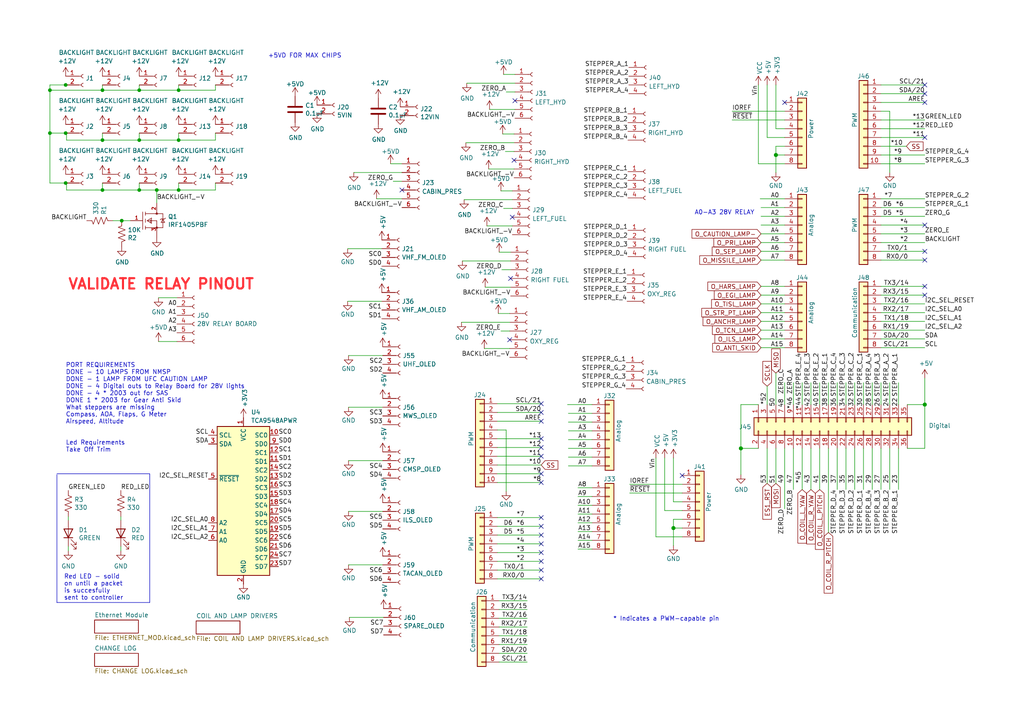
<source format=kicad_sch>
(kicad_sch (version 20230121) (generator eeschema)
  (paper "A4")
  (title_block (date "mar. 31 mars 2015"))
  (junction (at 35.306 64.008))
  (junction (at 214.884 130.048) (diameter 1.016))
  (junction (at 19.05 38.608))
  (junction (at 14.478 26.162))
  (junction (at 19.05 53.086))
  (junction (at 51.816 40.64))
  (junction (at 51.816 26.162))
  (junction (at 225.044 44.958) (diameter 1.016))
  (junction (at 51.816 55.118))
  (junction (at 40.386 26.162))
  (junction (at 29.718 55.118))
  (junction (at 29.718 40.64))
  (junction (at 19.05 24.638))
  (junction (at 45.466 55.118))
  (junction (at 40.386 40.64))
  (junction (at 40.386 55.118))
  (junction (at 29.718 26.162))
  (junction (at 14.478 38.608))
  (junction (at 195.326 153.162) (diameter 1.016))
  (junction (at 268.224 117.348) (diameter 1.016))
  (no_connect (at 156.972 167.894))
  (no_connect (at 156.972 162.814))
  (no_connect (at 156.972 117.094))
  (no_connect (at 156.972 165.354))
  (no_connect (at 268.224 83.058))
  (no_connect (at 148.082 80.772))
  (no_connect (at 147.828 98.552))
  (no_connect (at 148.59 62.992))
  (no_connect (at 149.352 29.21))
  (no_connect (at 149.098 46.482))
  (no_connect (at 156.972 129.794))
  (no_connect (at 268.224 65.278))
  (no_connect (at 268.224 85.598))
  (no_connect (at 156.972 122.174))
  (no_connect (at 156.972 132.334))
  (no_connect (at 156.972 139.954))
  (no_connect (at 156.972 152.654))
  (no_connect (at 156.972 119.634))
  (no_connect (at 156.972 137.414))
  (no_connect (at 156.972 150.114))
  (no_connect (at 116.586 55.118))
  (no_connect (at 197.866 137.922))
  (no_connect (at 156.972 160.274))
  (no_connect (at 156.972 155.194))
  (no_connect (at 156.972 127.254))
  (no_connect (at 227.584 29.718))
  (no_connect (at 268.224 39.878))
  (no_connect (at 268.224 29.718))
  (no_connect (at 268.224 27.178))
  (no_connect (at 268.224 24.638))
  (no_connect (at 268.224 72.898))
  (no_connect (at 268.224 75.438))
  (no_connect (at 156.972 157.734))
  (wire (pts (xy 255.524 75.438) (xy 268.224 75.438)))
  (wire (pts (xy 255.524 42.418) (xy 262.89 42.418)))
  (wire (pts (xy 220.472 57.658) (xy 227.584 57.658)))
  (polyline (pts (xy 43.434 174.752) (xy 43.434 137.414)))
  (wire (pts (xy 135.128 41.402) (xy 149.098 41.402)))
  (wire (pts (xy 144.272 167.894) (xy 156.972 167.894)))
  (wire (pts (xy 113.284 47.498) (xy 116.586 47.498)))
  (wire (pts (xy 220.726 62.738) (xy 227.584 62.738)))
  (wire (pts (xy 190.246 155.702) (xy 190.246 132.842)))
  (wire (pts (xy 237.744 110.998) (xy 237.744 117.348)))
  (wire (pts (xy 227.584 130.048) (xy 227.584 147.574)))
  (wire (pts (xy 40.386 24.638) (xy 40.386 26.162)))
  (wire (pts (xy 220.726 83.058) (xy 227.584 83.058)))
  (wire (pts (xy 255.524 24.638) (xy 268.224 24.638)))
  (wire (pts (xy 62.484 55.118) (xy 51.816 55.118)))
  (polyline (pts (xy 16.51 137.414) (xy 43.434 137.414)))
  (wire (pts (xy 220.726 100.838) (xy 227.584 100.838)))
  (wire (pts (xy 146.812 124.714) (xy 146.812 142.494)))
  (wire (pts (xy 144.272 160.274) (xy 156.972 160.274)))
  (wire (pts (xy 268.224 117.348) (xy 268.224 130.048)))
  (wire (pts (xy 219.964 117.348) (xy 214.884 117.348)))
  (wire (pts (xy 220.726 90.678) (xy 227.584 90.678)))
  (wire (pts (xy 164.846 130.048) (xy 171.704 130.048)))
  (wire (pts (xy 134.112 75.692) (xy 148.082 75.692)))
  (wire (pts (xy 101.092 118.11) (xy 110.998 118.11)))
  (wire (pts (xy 245.364 110.998) (xy 245.364 117.348)))
  (wire (pts (xy 45.466 55.118) (xy 40.386 55.118)))
  (wire (pts (xy 255.524 88.138) (xy 268.224 88.138)))
  (wire (pts (xy 225.044 42.418) (xy 225.044 44.958)))
  (wire (pts (xy 220.726 75.438) (xy 227.584 75.438)))
  (wire (pts (xy 242.824 130.048) (xy 242.824 141.986)))
  (wire (pts (xy 164.846 135.128) (xy 171.704 135.128)))
  (wire (pts (xy 45.974 86.36) (xy 51.308 86.36)))
  (wire (pts (xy 14.478 24.638) (xy 14.478 26.162)))
  (wire (pts (xy 197.866 155.702) (xy 190.246 155.702)))
  (wire (pts (xy 45.974 99.06) (xy 51.308 99.06)))
  (wire (pts (xy 225.044 108.204) (xy 225.044 117.348)))
  (wire (pts (xy 144.272 132.334) (xy 156.972 132.334)))
  (wire (pts (xy 146.558 43.942) (xy 149.098 43.942)))
  (wire (pts (xy 225.044 44.958) (xy 225.044 50.038)))
  (wire (pts (xy 167.64 154.178) (xy 171.704 154.178)))
  (wire (pts (xy 255.524 130.048) (xy 255.524 141.986)))
  (wire (pts (xy 182.626 140.462) (xy 197.866 140.462)))
  (wire (pts (xy 225.044 37.338) (xy 227.584 37.338)))
  (wire (pts (xy 144.272 137.414) (xy 156.972 137.414)))
  (wire (pts (xy 100.838 72.136) (xy 110.744 72.136)))
  (wire (pts (xy 182.626 143.002) (xy 197.866 143.002)))
  (wire (pts (xy 222.504 39.878) (xy 227.584 39.878)))
  (wire (pts (xy 245.364 130.048) (xy 245.364 141.986)))
  (wire (pts (xy 140.462 101.092) (xy 147.828 101.092)))
  (wire (pts (xy 19.812 149.86) (xy 19.812 150.876)))
  (wire (pts (xy 222.504 24.638) (xy 222.504 39.878)))
  (wire (pts (xy 35.306 64.008) (xy 37.846 64.008)))
  (wire (pts (xy 230.124 130.048) (xy 230.124 141.986)))
  (polyline (pts (xy 16.51 137.668) (xy 16.51 174.752)))
  (wire (pts (xy 252.984 130.048) (xy 252.984 141.986)))
  (wire (pts (xy 220.726 72.898) (xy 227.584 72.898)))
  (wire (pts (xy 144.272 152.654) (xy 156.972 152.654)))
  (wire (pts (xy 101.092 103.124) (xy 110.998 103.124)))
  (wire (pts (xy 255.524 34.798) (xy 268.224 34.798)))
  (wire (pts (xy 220.726 98.298) (xy 227.584 98.298)))
  (wire (pts (xy 225.044 24.638) (xy 225.044 37.338)))
  (wire (pts (xy 220.726 88.138) (xy 227.584 88.138)))
  (wire (pts (xy 255.524 57.658) (xy 268.224 57.658)))
  (wire (pts (xy 14.478 53.086) (xy 19.05 53.086)))
  (wire (pts (xy 255.524 37.338) (xy 268.224 37.338)))
  (wire (pts (xy 255.524 60.198) (xy 268.224 60.198)))
  (wire (pts (xy 135.382 24.13) (xy 149.352 24.13)))
  (wire (pts (xy 144.78 174.244) (xy 152.908 174.244)))
  (wire (pts (xy 144.272 119.634) (xy 156.972 119.634)))
  (wire (pts (xy 167.64 144.018) (xy 171.704 144.018)))
  (wire (pts (xy 255.524 90.678) (xy 268.224 90.678)))
  (wire (pts (xy 164.846 122.428) (xy 171.704 122.428)))
  (wire (pts (xy 192.786 132.842) (xy 192.786 148.082)))
  (wire (pts (xy 195.326 132.842) (xy 195.326 145.542)))
  (wire (pts (xy 255.524 95.758) (xy 268.224 95.758)))
  (wire (pts (xy 195.326 150.622) (xy 195.326 153.162)))
  (wire (pts (xy 141.224 65.532) (xy 148.59 65.532)))
  (wire (pts (xy 32.766 64.008) (xy 35.306 64.008)))
  (wire (pts (xy 144.78 179.324) (xy 152.908 179.324)))
  (wire (pts (xy 164.846 127.508) (xy 171.704 127.508)))
  (wire (pts (xy 167.64 149.098) (xy 171.704 149.098)))
  (wire (pts (xy 144.272 124.714) (xy 146.812 124.714)))
  (wire (pts (xy 214.884 117.348) (xy 214.884 130.048)))
  (wire (pts (xy 62.484 40.64) (xy 51.816 40.64)))
  (wire (pts (xy 219.964 130.048) (xy 214.884 130.048)))
  (wire (pts (xy 29.718 53.086) (xy 29.718 55.118)))
  (wire (pts (xy 141.732 49.022) (xy 149.098 49.022)))
  (wire (pts (xy 232.664 110.998) (xy 232.664 117.348)))
  (wire (pts (xy 255.524 44.958) (xy 268.224 44.958)))
  (wire (pts (xy 144.272 165.354) (xy 156.972 165.354)))
  (wire (pts (xy 220.726 67.818) (xy 227.584 67.818)))
  (wire (pts (xy 144.272 157.734) (xy 156.972 157.734)))
  (wire (pts (xy 235.204 110.998) (xy 235.204 117.348)))
  (wire (pts (xy 100.838 87.376) (xy 110.744 87.376)))
  (wire (pts (xy 232.664 130.048) (xy 232.664 141.986)))
  (wire (pts (xy 250.444 130.048) (xy 250.444 141.986)))
  (wire (pts (xy 146.05 21.59) (xy 149.352 21.59)))
  (wire (pts (xy 255.524 65.278) (xy 268.224 65.278)))
  (wire (pts (xy 51.816 26.162) (xy 40.386 26.162)))
  (wire (pts (xy 242.824 110.998) (xy 242.824 117.348)))
  (wire (pts (xy 237.744 130.048) (xy 237.744 141.986)))
  (wire (pts (xy 146.812 26.67) (xy 149.352 26.67)))
  (wire (pts (xy 144.272 129.794) (xy 156.972 129.794)))
  (wire (pts (xy 220.726 70.358) (xy 227.584 70.358)))
  (wire (pts (xy 195.326 153.162) (xy 195.326 158.242)))
  (wire (pts (xy 212.344 32.258) (xy 227.584 32.258)))
  (wire (pts (xy 45.466 55.118) (xy 45.466 58.928)))
  (wire (pts (xy 144.78 176.784) (xy 152.908 176.784)))
  (wire (pts (xy 19.304 24.638) (xy 19.05 24.638)))
  (wire (pts (xy 197.866 150.622) (xy 195.326 150.622)))
  (wire (pts (xy 145.288 96.012) (xy 147.828 96.012)))
  (wire (pts (xy 167.64 156.718) (xy 171.704 156.718)))
  (wire (pts (xy 101.346 179.07) (xy 111.252 179.07)))
  (wire (pts (xy 255.524 85.598) (xy 268.224 85.598)))
  (wire (pts (xy 268.224 109.728) (xy 268.224 117.348)))
  (wire (pts (xy 35.052 158.496) (xy 35.052 159.766)))
  (wire (pts (xy 258.064 32.258) (xy 258.064 50.038)))
  (wire (pts (xy 62.484 38.608) (xy 62.484 40.64)))
  (wire (pts (xy 144.272 162.814) (xy 156.972 162.814)))
  (wire (pts (xy 255.524 100.838) (xy 268.224 100.838)))
  (wire (pts (xy 14.478 38.608) (xy 19.05 38.608)))
  (wire (pts (xy 144.78 73.152) (xy 148.082 73.152)))
  (wire (pts (xy 167.64 159.258) (xy 171.704 159.258)))
  (wire (pts (xy 144.78 192.024) (xy 152.908 192.024)))
  (wire (pts (xy 255.524 29.718) (xy 268.224 29.718)))
  (wire (pts (xy 167.64 141.478) (xy 171.704 141.478)))
  (wire (pts (xy 263.144 117.348) (xy 268.224 117.348)))
  (wire (pts (xy 145.542 78.232) (xy 148.082 78.232)))
  (wire (pts (xy 260.604 110.998) (xy 260.604 117.348)))
  (wire (pts (xy 255.524 93.218) (xy 268.224 93.218)))
  (wire (pts (xy 220.726 65.278) (xy 227.584 65.278)))
  (wire (pts (xy 51.816 53.086) (xy 51.816 55.118)))
  (wire (pts (xy 14.478 38.608) (xy 14.478 53.086)))
  (wire (pts (xy 35.052 149.86) (xy 35.052 150.876)))
  (wire (pts (xy 144.78 186.944) (xy 152.908 186.944)))
  (wire (pts (xy 220.726 95.758) (xy 227.584 95.758)))
  (wire (pts (xy 40.386 40.64) (xy 51.816 40.64)))
  (wire (pts (xy 19.05 53.086) (xy 19.304 53.086)))
  (wire (pts (xy 167.64 151.638) (xy 171.704 151.638)))
  (wire (pts (xy 212.344 34.798) (xy 227.584 34.798)))
  (wire (pts (xy 146.05 60.452) (xy 148.59 60.452)))
  (wire (pts (xy 255.524 83.058) (xy 268.224 83.058)))
  (wire (pts (xy 227.584 44.958) (xy 225.044 44.958)))
  (wire (pts (xy 164.592 117.348) (xy 171.704 117.348)))
  (wire (pts (xy 145.288 55.372) (xy 148.59 55.372)))
  (wire (pts (xy 40.386 40.64) (xy 29.718 40.64)))
  (wire (pts (xy 258.064 110.998) (xy 258.064 117.348)))
  (wire (pts (xy 144.272 155.194) (xy 156.972 155.194)))
  (wire (pts (xy 101.092 133.604) (xy 110.998 133.604)))
  (wire (pts (xy 29.718 26.162) (xy 14.478 26.162)))
  (wire (pts (xy 195.326 145.542) (xy 197.866 145.542)))
  (wire (pts (xy 250.444 110.998) (xy 250.444 117.348)))
  (wire (pts (xy 29.718 40.64) (xy 19.304 40.64)))
  (wire (pts (xy 19.304 55.118) (xy 19.304 53.086)))
  (wire (pts (xy 40.386 38.608) (xy 40.386 40.64)))
  (polyline (pts (xy 16.51 174.752) (xy 43.434 174.752)))
  (wire (pts (xy 62.484 26.162) (xy 51.816 26.162)))
  (wire (pts (xy 144.526 90.932) (xy 147.828 90.932)))
  (wire (pts (xy 144.272 150.114) (xy 156.972 150.114)))
  (wire (pts (xy 220.726 60.198) (xy 227.584 60.198)))
  (wire (pts (xy 19.05 24.638) (xy 14.478 24.638)))
  (wire (pts (xy 255.524 110.998) (xy 255.524 117.348)))
  (wire (pts (xy 145.796 38.862) (xy 149.098 38.862)))
  (wire (pts (xy 227.584 47.498) (xy 219.964 47.498)))
  (wire (pts (xy 222.504 112.014) (xy 222.504 117.348)))
  (wire (pts (xy 62.484 24.638) (xy 62.484 26.162)))
  (wire (pts (xy 220.726 85.598) (xy 227.584 85.598)))
  (wire (pts (xy 230.124 110.998) (xy 230.124 117.348)))
  (wire (pts (xy 141.986 31.75) (xy 149.352 31.75)))
  (wire (pts (xy 225.044 130.048) (xy 225.044 140.208)))
  (wire (pts (xy 247.904 110.998) (xy 247.904 117.348)))
  (wire (pts (xy 14.478 26.162) (xy 14.478 38.608)))
  (wire (pts (xy 247.904 130.048) (xy 247.904 141.986)))
  (wire (pts (xy 40.386 53.086) (xy 40.386 55.118)))
  (wire (pts (xy 164.846 132.588) (xy 171.704 132.588)))
  (wire (pts (xy 144.78 181.864) (xy 152.908 181.864)))
  (wire (pts (xy 29.718 38.608) (xy 29.718 40.64)))
  (wire (pts (xy 144.272 127.254) (xy 156.972 127.254)))
  (wire (pts (xy 222.504 130.048) (xy 222.504 140.208)))
  (wire (pts (xy 255.524 32.258) (xy 258.064 32.258)))
  (wire (pts (xy 240.284 130.048) (xy 240.284 154.432)))
  (wire (pts (xy 29.718 55.118) (xy 19.304 55.118)))
  (wire (pts (xy 220.726 93.218) (xy 227.584 93.218)))
  (wire (pts (xy 227.584 42.418) (xy 225.044 42.418)))
  (wire (pts (xy 144.272 117.094) (xy 156.972 117.094)))
  (wire (pts (xy 51.816 38.608) (xy 51.816 40.64)))
  (wire (pts (xy 62.484 53.086) (xy 62.484 55.118)))
  (wire (pts (xy 144.78 184.404) (xy 152.908 184.404)))
  (wire (pts (xy 255.524 39.878) (xy 268.224 39.878)))
  (wire (pts (xy 51.816 24.638) (xy 51.816 26.162)))
  (wire (pts (xy 197.866 153.162) (xy 195.326 153.162)))
  (wire (pts (xy 144.272 139.954) (xy 156.972 139.954)))
  (wire (pts (xy 255.524 62.738) (xy 268.224 62.738)))
  (wire (pts (xy 144.78 189.484) (xy 152.908 189.484)))
  (wire (pts (xy 40.386 55.118) (xy 29.718 55.118)))
  (wire (pts (xy 164.846 124.968) (xy 171.704 124.968)))
  (wire (pts (xy 19.05 38.608) (xy 19.304 38.608)))
  (wire (pts (xy 101.092 163.83) (xy 110.998 163.83)))
  (wire (pts (xy 255.524 98.298) (xy 268.224 98.298)))
  (wire (pts (xy 19.304 40.64) (xy 19.304 38.608)))
  (wire (pts (xy 134.62 57.912) (xy 148.59 57.912)))
  (wire (pts (xy 268.224 130.048) (xy 263.144 130.048)))
  (wire (pts (xy 227.584 110.998) (xy 227.584 117.348)))
  (wire (pts (xy 140.716 83.312) (xy 148.082 83.312)))
  (wire (pts (xy 102.616 50.038) (xy 116.586 50.038)))
  (wire (pts (xy 51.816 55.118) (xy 45.466 55.118)))
  (wire (pts (xy 260.604 130.048) (xy 260.604 141.986)))
  (wire (pts (xy 29.718 24.638) (xy 29.718 26.162)))
  (wire (pts (xy 255.524 27.178) (xy 268.224 27.178)))
  (wire (pts (xy 258.064 130.048) (xy 258.064 141.986)))
  (wire (pts (xy 255.524 70.358) (xy 268.224 70.358)))
  (wire (pts (xy 252.984 110.998) (xy 252.984 117.348)))
  (wire (pts (xy 255.524 67.818) (xy 268.224 67.818)))
  (wire (pts (xy 164.846 119.888) (xy 171.704 119.888)))
  (wire (pts (xy 40.386 26.162) (xy 29.718 26.162)))
  (wire (pts (xy 109.22 57.658) (xy 116.586 57.658)))
  (wire (pts (xy 235.204 130.048) (xy 235.204 141.986)))
  (wire (pts (xy 114.046 52.578) (xy 116.586 52.578)))
  (wire (pts (xy 167.64 146.558) (xy 171.704 146.558)))
  (wire (pts (xy 101.092 148.336) (xy 110.998 148.336)))
  (wire (pts (xy 255.524 72.898) (xy 268.224 72.898)))
  (wire (pts (xy 144.272 122.174) (xy 156.972 122.174)))
  (wire (pts (xy 219.964 47.498) (xy 219.964 24.638)))
  (wire (pts (xy 214.884 130.048) (xy 214.884 137.668)))
  (wire (pts (xy 144.272 134.874) (xy 156.972 134.874)))
  (wire (pts (xy 192.786 148.082) (xy 197.866 148.082)))
  (wire (pts (xy 19.812 158.496) (xy 19.812 159.766)))
  (wire (pts (xy 240.284 110.998) (xy 240.284 117.348)))
  (wire (pts (xy 133.858 93.472) (xy 147.828 93.472)))
  (wire (pts (xy 255.524 47.498) (xy 268.224 47.498)))
  (text "VALIDATE RELAY PINOUT" (at 19.558 84.328 0) (effects (font (size 3 3) (thickness 0.6) bold) (justify left bottom)))
  (text "A0-A3 28V RELAY" (at 201.422 62.484 0) (effects (font (size 1.27 1.27)) (justify left bottom)))
  (text "Red LED - solid\non until a packet\nis succesfully \nsent to controller" (at 18.542 174.244 0) (effects (font (size 1.27 1.27)) (justify left bottom)))
  (text "+5VD FOR MAX CHIPS" (at 77.724 17.018 0) (effects (font (size 1.27 1.27)) (justify left bottom)))
  (text "* Indicates a PWM-capable pin" (at 177.8 180.34 0) (effects (font (size 1.27 1.27)) (justify left bottom)))
  (text "PORT REQUIREMENTS\nDONE - 10 LAMPS FROM NMSP\nDONE - 1 LAMP FROM UFC CAUTION LAMP\nDONE - 4 Digital outs to Relay Board for 28V lights\nDONE - 4 * 2003 out for SAS\nDONE 1 * 2003 for Gear Anti Skid\nWhat steppers are missing\nCompass, AOA, Flaps, G Meter\nAirspeed, Altitude\n\n\nLed Requirements \nTake Off Trim\n" (at 19.05 131.318 0) (effects (font (size 1.27 1.27)) (justify left bottom)))
  (label "A10" (at 223.52 88.138 0))
  (label "STEPPER_G_2" (at 268.224 57.658 0))
  (label "SC5" (at 80.772 151.638 0))
  (label "*6" (at 152.146 152.654 180))
  (label "RX0{slash}0" (at 263.398 75.438 180))
  (label "SC3" (at 80.772 141.478 0))
  (label "A3" (at 51.308 96.52 180))
  (label "A15" (at 223.52 100.838 0))
  (label "I2C_SEL_A0" (at 60.452 151.638 180))
  (label "D6" (at 146.05 152.654 0))
  (label "STEPPER_G_1" (at 181.61 105.156 180))
  (label "A2" (at 223.52 62.738 0))
  (label "RX2{slash}17" (at 263.652 90.678 180))
  (label "ZERO_A" (at 146.812 26.67 180))
  (label "A10" (at 167.64 146.558 0))
  (label "*4" (at 263.398 65.278 180))
  (label "*8" (at 156.972 139.954 180))
  (label "D5" (at 256.032 62.738 0))
  (label "SC7" (at 111.252 181.61 180))
  (label "A9" (at 167.64 144.018 0))
  (label "STEPPER_D_4" (at 242.824 141.986 270))
  (label "I2C_SEL_A2" (at 268.224 95.758 0))
  (label "RX3{slash}15" (at 152.908 176.784 180))
  (label "STEPPER_E_4" (at 181.864 87.376 180))
  (label "ZERO_G" (at 114.046 52.578 180))
  (label "ZERO_E" (at 145.288 96.012 180))
  (label "STEPPER_A_1" (at 182.372 19.558 180))
  (label "SDA{slash}20" (at 263.652 98.298 180))
  (label "26" (at 255.524 115.316 270))
  (label "STEPPER_E_1" (at 181.864 79.756 180))
  (label "SC0" (at 80.772 126.238 0))
  (label "STEPPER_G_3" (at 268.224 47.498 0))
  (label "RX1{slash}19" (at 152.908 186.944 180))
  (label "31" (at 250.444 140.208 90))
  (label "SD4" (at 110.998 138.684 180))
  (label "*2" (at 152.146 162.814 180))
  (label "22" (at 260.604 115.316 270))
  (label "STEPPER_G_4" (at 268.224 44.958 0))
  (label "33" (at 247.904 140.208 90))
  (label "36" (at 242.824 115.316 270))
  (label "SC4" (at 80.772 146.558 0))
  (label "*2" (at 263.398 70.358 180))
  (label "Vin" (at 190.246 132.842 270))
  (label "BACKLIGHT" (at 25.146 64.008 180))
  (label "SD6" (at 110.998 168.91 180))
  (label "*13" (at 156.972 127.254 180))
  (label "STEPPER_B_4" (at 252.984 141.986 270))
  (label "SD2" (at 80.772 138.938 0))
  (label "TX1{slash}18" (at 263.652 93.218 180))
  (label "A4" (at 167.64 127.508 0))
  (label "*44" (at 232.664 115.062 270))
  (label "A3" (at 223.52 65.278 0))
  (label "*5" (at 152.146 155.194 180))
  (label "*13" (at 268.224 34.798 180))
  (label "I2C_SEL_A1" (at 60.452 154.178 180))
  (label "GREEN_LED" (at 268.224 34.798 0))
  (label "STEPPER_E_3" (at 181.864 84.836 180))
  (label "STEPPER_E_2" (at 181.864 82.296 180))
  (label "STEPPER_A_3" (at 182.372 24.638 180))
  (label "STEPPER_D_3" (at 182.118 71.882 180))
  (label "STEPPER_A_3" (at 255.524 115.062 90))
  (label "*52" (at 222.504 113.792 270))
  (label "BACKLIGHT" (at 268.224 70.358 0))
  (label "*12" (at 268.224 37.338 180))
  (label "STEPPER_C_4" (at 182.118 57.404 180))
  (label "SD4" (at 80.772 149.098 0))
  (label "ZERO_D" (at 227.584 147.574 270))
  (label "40" (at 237.744 115.316 270))
  (label "*10" (at 156.972 134.874 180))
  (label "SCL" (at 268.224 100.838 0))
  (label "STEPPER_C_2" (at 247.904 115.062 90))
  (label "STEPPER_B_2" (at 258.064 141.986 270))
  (label "I2C_SEL_A1" (at 268.224 93.218 0))
  (label "RED_LED" (at 35.052 142.24 0))
  (label "~{RESET}" (at 212.344 34.798 0))
  (label "D6" (at 256.032 60.198 0))
  (label "BACKLIGHT_-V" (at 147.828 103.632 180))
  (label "STEPPER_C_3" (at 182.118 54.864 180))
  (label "ZERO_A" (at 230.124 114.3 90))
  (label "ZERO_G" (at 268.224 62.738 0))
  (label "BACKLIGHT_-V" (at 116.586 60.198 180))
  (label "35" (at 245.364 140.208 90))
  (label "A5" (at 167.64 130.048 0))
  (label "STEPPER_C_4" (at 242.824 115.062 90))
  (label "SD0" (at 80.772 128.778 0))
  (label "*10" (at 261.874 42.418 180))
  (label "SCL" (at 60.452 126.238 180))
  (label "BACKLIGHT_-V" (at 149.352 34.29 180))
  (label "I2C_SEL_RESET" (at 268.224 88.138 0))
  (label "*4" (at 152.146 157.734 180))
  (label "D5" (at 146.05 155.194 0))
  (label "BACKLIGHT_-V" (at 45.466 58.166 0))
  (label "*12" (at 156.972 129.794 180))
  (label "STEPPER_A_4" (at 252.984 115.062 90))
  (label "STEPPER_G_4" (at 181.61 112.776 180))
  (label "BACKLIGHT_-V" (at 148.082 85.852 180))
  (label "ZERO_B" (at 146.558 43.942 180))
  (label "STEPPER_B_3" (at 182.118 38.1 180))
  (label "28" (at 252.984 115.316 270))
  (label "STEPPER_C_2" (at 182.118 52.324 180))
  (label "STEPPER_D_1" (at 182.118 66.802 180))
  (label "A1" (at 167.64 119.888 0))
  (label "SD3" (at 80.772 144.018 0))
  (label "A0" (at 51.308 88.9 180))
  (label "TX3{slash}14" (at 152.908 174.244 180))
  (label "ZERO_C" (at 227.584 114.3 90))
  (label "*9" (at 156.972 137.414 180))
  (label "23" (at 260.604 140.208 90))
  (label "STEPPER_D_2" (at 182.118 69.342 180))
  (label "STEPPER_C_3" (at 245.364 115.062 90))
  (label "A15" (at 167.64 159.258 0))
  (label "A0" (at 167.64 117.348 0))
  (label "SCL{slash}21" (at 152.908 192.024 180))
  (label "29" (at 252.984 140.208 90))
  (label "STEPPER_E_4" (at 232.664 115.062 90))
  (label "A13" (at 223.52 95.758 0))
  (label "SDA{slash}20" (at 156.972 119.634 180))
  (label "STEPPER_C_1" (at 182.118 49.784 180))
  (label "41" (at 237.744 140.208 90))
  (label "30" (at 250.444 115.316 270))
  (label "47" (at 230.124 140.208 90))
  (label "SD1" (at 80.772 133.858 0))
  (label "34" (at 245.364 115.316 270))
  (label "SD6" (at 80.772 159.258 0))
  (label "*45" (at 232.664 140.208 90))
  (label "STEPPER_B_1" (at 260.604 141.986 270))
  (label "STEPPER_D_3" (at 245.364 141.986 270))
  (label "38" (at 240.284 115.316 270))
  (label "A12" (at 167.64 151.638 0))
  (label "51" (at 225.044 140.208 90))
  (label "STEPPER_B_1" (at 182.118 33.02 180))
  (label "*7" (at 258.826 57.658 180))
  (label "SDA{slash}20" (at 268.224 27.178 180))
  (label "*8" (at 261.62 47.498 180))
  (label "ZERO_E" (at 268.224 67.818 0))
  (label "STEPPER_C_1" (at 250.444 115.062 90))
  (label "STEPPER_G_3" (at 181.61 110.236 180))
  (label "SC4" (at 110.998 136.144 180))
  (label "RX2{slash}17" (at 152.908 181.864 180))
  (label "A9" (at 223.52 85.598 0))
  (label "RX0{slash}0" (at 152.146 167.894 180))
  (label "SDA" (at 60.452 128.778 180))
  (label "SC0" (at 110.744 74.676 180))
  (label "*11" (at 268.224 39.878 180))
  (label "*3" (at 263.398 67.818 180))
  (label "SC1" (at 110.744 89.916 180))
  (label "I2C_SEL_A0" (at 268.224 90.678 0))
  (label "I2C_SEL_RESET" (at 60.452 138.938 180))
  (label "STEPPER_D_2" (at 247.904 141.986 270))
  (label "A6" (at 223.52 72.898 0))
  (label "ZERO_D" (at 145.542 78.232 180))
  (label "TX1{slash}18" (at 152.908 184.404 180))
  (label "42" (at 235.204 115.316 270))
  (label "RED_LED" (at 268.224 37.338 0))
  (label "SC3" (at 110.998 120.65 180))
  (label "SC1" (at 80.772 131.318 0))
  (label "SC2" (at 110.998 105.664 180))
  (label "A1" (at 223.52 60.198 0))
  (label "53" (at 222.504 140.208 90))
  (label "SDA{slash}20" (at 152.908 189.484 180))
  (label "TX0{slash}1" (at 263.398 72.898 180))
  (label "AREF" (at 156.972 122.174 180))
  (label "A13" (at 167.64 154.178 0))
  (label "24" (at 258.064 115.316 270))
  (label "SC2" (at 80.772 136.398 0))
  (label "SC7" (at 80.772 161.798 0))
  (label "SD7" (at 80.772 164.338 0))
  (label "RX1{slash}19" (at 263.652 95.758 180))
  (label "STEPPER_B_4" (at 182.118 40.64 180))
  (label "IOREF" (at 182.626 140.462 0))
  (label "A0" (at 223.52 57.658 0))
  (label "AREF" (at 268.224 29.718 180))
  (label "A14" (at 223.52 98.298 0))
  (label "39" (at 240.284 140.208 90))
  (label "A8" (at 223.52 83.058 0))
  (label "A7" (at 167.64 135.128 0))
  (label "ZERO_B" (at 230.124 141.986 270))
  (label "Vin" (at 219.964 24.638 270))
  (label "A6" (at 167.64 132.588 0))
  (label "A2" (at 51.308 93.98 180))
  (label "27" (at 255.524 140.208 90))
  (label "37" (at 242.824 140.208 90))
  (label "25" (at 258.064 140.208 90))
  (label "SD7" (at 111.252 184.15 180))
  (label "*6" (at 262.128 60.198 180))
  (label "SD5" (at 110.998 153.416 180))
  (label "*46" (at 230.124 115.062 270))
  (label "SC6" (at 80.772 156.718 0))
  (label "SCL{slash}21" (at 268.224 24.638 180))
  (label "*9" (at 261.62 44.958 180))
  (label "~{RESET}" (at 182.626 143.002 0))
  (label "STEPPER_G_2" (at 181.61 107.696 180))
  (label "A1" (at 51.308 91.44 180))
  (label "STEPPER_D_1" (at 250.444 141.986 270))
  (label "50" (at 225.044 115.316 270))
  (label "TX2{slash}16" (at 263.652 88.138 180))
  (label "BACKLIGHT_-V" (at 149.098 51.562 180))
  (label "STEPPER_E_1" (at 240.284 115.062 90))
  (label "SD2" (at 110.998 108.204 180))
  (label "STEPPER_D_4" (at 182.118 74.422 180))
  (label "TX0{slash}1" (at 152.146 165.354 180))
  (label "STEPPER_A_2" (at 258.064 115.062 90))
  (label "*5" (at 262.128 62.738 180))
  (label "*11" (at 156.972 132.334 180))
  (label "A2" (at 167.64 122.428 0))
  (label "I2C_SEL_A2" (at 60.452 156.718 180))
  (label "STEPPER_G_1" (at 268.224 60.198 0))
  (label "IOREF" (at 212.344 32.258 0))
  (label "TX2{slash}16" (at 152.908 179.324 180))
  (label "*7" (at 152.146 150.114 180))
  (label "GREEN_LED" (at 19.812 142.24 0))
  (label "SD0" (at 110.744 77.216 180))
  (label "STEPPER_A_2" (at 182.372 22.098 180))
  (label "A7" (at 223.52 75.438 0))
  (label "ZERO_C" (at 146.05 60.452 180))
  (label "A3" (at 167.64 124.968 0))
  (label "A11" (at 223.52 90.678 0))
  (label "A4" (at 223.52 67.818 0))
  (label "STEPPER_B_2" (at 182.118 35.56 180))
  (label "49" (at 227.584 140.208 90))
  (label "A5" (at 223.52 70.358 0))
  (label "STEPPER_E_2" (at 237.744 115.062 90))
  (label "RX3{slash}15" (at 263.652 85.598 180))
  (label "SCL{slash}21" (at 156.972 117.094 180))
  (label "TX3{slash}14" (at 263.652 83.058 180))
  (label "SDA" (at 268.224 98.298 0))
  (label "STEPPER_B_3" (at 255.524 141.986 270))
  (label "SD5" (at 80.772 154.178 0))
  (label "A11" (at 167.64 149.098 0))
  (label "SD1" (at 110.744 92.456 180))
  (label "SD3" (at 110.998 123.19 180))
  (label "A8" (at 167.64 141.478 0))
  (label "STEPPER_A_1" (at 260.604 115.062 90))
  (label "*3" (at 152.146 160.274 180))
  (label "SC5" (at 110.998 150.876 180))
  (label "32" (at 247.904 115.316 270))
  (label "SC6" (at 110.998 166.37 180))
  (label "43" (at 235.204 140.208 90))
  (label "STEPPER_E_3" (at 235.204 115.062 90))
  (label "STEPPER_A_4" (at 182.372 27.178 180))
  (label "A12" (at 223.52 93.218 0))
  (label "A14" (at 167.64 156.718 0))
  (label "SCL{slash}21" (at 263.652 100.838 180))
  (label "BACKLIGHT_-V" (at 148.59 68.072 180))
  (label "48" (at 227.584 115.57 270))
  (global_label "O_TISL_LAMP" (shape input) (at 220.726 88.138 180) (property "Intersheetrefs" "${INTERSHEET_REFS}" (effects hide)))
  (global_label "O_ANTI_SKID" (shape input) (at 220.726 100.838 180) (property "Intersheetrefs" "${INTERSHEET_REFS}" (effects hide)))
  (global_label "SS" (shape input) (at 156.972 134.874 0) (property "Intersheetrefs" "${INTERSHEET_REFS}" (effects hide)))
  (global_label "O_COIL_R_PITCH" (shape input) (at 240.284 154.432 270) (property "Intersheetrefs" "${INTERSHEET_REFS}" (effects hide)))
  (global_label "SS" (shape input) (at 262.89 42.418 0) (property "Intersheetrefs" "${INTERSHEET_REFS}" (effects hide)))
  (global_label "O_MISSILE_LAMP" (shape input) (at 220.726 75.438 180) (property "Intersheetrefs" "${INTERSHEET_REFS}" (effects hide)))
  (global_label "O_ANCHR_LAMP" (shape input) (at 220.726 93.218 180) (property "Intersheetrefs" "${INTERSHEET_REFS}" (effects hide)))
  (global_label "O_ILS_LAMP" (shape input) (at 220.726 98.298 180) (property "Intersheetrefs" "${INTERSHEET_REFS}" (effects hide)))
  (global_label "O_PRI_LAMP" (shape input) (at 220.726 70.358 180) (property "Intersheetrefs" "${INTERSHEET_REFS}" (effects hide)))
  (global_label "ES1_RST" (shape input) (at 222.504 140.208 270) (property "Intersheetrefs" "${INTERSHEET_REFS}" (effects hide)))
  (global_label "MISO" (shape input) (at 225.044 108.204 90) (property "Intersheetrefs" "${INTERSHEET_REFS}" (effects hide)))
  (global_label "MOSI" (shape input) (at 225.044 140.208 270) (property "Intersheetrefs" "${INTERSHEET_REFS}" (effects hide)))
  (global_label "O_COIL_L_YAW" (shape input) (at 232.664 141.986 270) (property "Intersheetrefs" "${INTERSHEET_REFS}" (effects hide)))
  (global_label "SCLK" (shape input) (at 222.504 112.014 90) (property "Intersheetrefs" "${INTERSHEET_REFS}" (effects hide)))
  (global_label "O_TCN_LAMP" (shape input) (at 220.726 95.758 180) (property "Intersheetrefs" "${INTERSHEET_REFS}" (effects hide)))
  (global_label "O_EGI_LAMP" (shape input) (at 220.726 85.598 180) (property "Intersheetrefs" "${INTERSHEET_REFS}" (effects hide)))
  (global_label "O_CAUTION_LAMP-" (shape input) (at 220.726 67.818 180) (property "Intersheetrefs" "${INTERSHEET_REFS}" (effects hide)))
  (global_label "O_STR_PT_LAMP" (shape input) (at 220.726 90.678 180) (property "Intersheetrefs" "${INTERSHEET_REFS}" (effects hide)))
  (global_label "O_HARS_LAMP" (shape input) (at 220.726 83.058 180) (property "Intersheetrefs" "${INTERSHEET_REFS}" (effects hide)))
  (global_label "O_COIL_L_PITCH" (shape input) (at 237.744 141.986 270) (property "Intersheetrefs" "${INTERSHEET_REFS}" (effects hide)))
  (global_label "O_SEP_LAMP" (shape input) (at 220.726 72.898 180) (property "Intersheetrefs" "${INTERSHEET_REFS}" (effects hide)))
  (global_label "O_COIL_R_YAW" (shape input) (at 235.204 141.986 270) (property "Intersheetrefs" "${INTERSHEET_REFS}" (effects hide)))
  (symbol (lib_id "Connector_Generic:Conn_01x08") (at 232.664 37.338 0) (unit 1)
    (property "Reference" "J42" (at 232.664 27.178 0))
    (property "Value" "Power" (at 235.204 37.338 90))
    (property "Footprint" "Connector_PinSocket_2.54mm:PinSocket_1x08_P2.54mm_Vertical" (effects hide))
  )
  (symbol (lib_id "power:+3V3") (at 225.044 24.638 0) (unit 1)
    (property "Reference" "#PWR057" (effects hide))
    (property "Value" "+3.3V" (at 225.425 21.59 90) (effects (justify left)))
  )
  (symbol (lib_id "power:+5V") (at 222.504 24.638 0) (unit 1)
    (property "Reference" "#PWR056" (effects hide))
    (property "Value" "+5V" (at 222.8596 21.59 90) (effects (justify left)))
  )
  (symbol (lib_id "power:GND") (at 225.044 50.038 0) (unit 1)
    (property "Reference" "#PWR058" (effects hide))
    (property "Value" "GND" (at 225.044 53.848 0))
  )
  (symbol (lib_id "Connector_Generic:Conn_01x10") (at 250.444 34.798 0) (mirror y) (unit 1)
    (property "Reference" "J46" (at 250.444 22.098 0))
    (property "Value" "PWM" (at 247.904 34.798 90))
    (property "Footprint" "Connector_PinSocket_2.54mm:PinSocket_1x10_P2.54mm_Vertical" (effects hide))
  )
  (symbol (lib_id "power:GND") (at 258.064 50.038 0) (unit 1)
    (property "Reference" "#PWR059" (effects hide))
    (property "Value" "GND" (at 258.064 53.848 0))
  )
  (symbol (lib_id "Connector_Generic:Conn_01x08") (at 232.664 65.278 0) (unit 1)
    (property "Reference" "J43" (at 232.664 55.118 0))
    (property "Value" "Analog" (at 235.204 65.278 90))
    (property "Footprint" "Connector_PinSocket_2.54mm:PinSocket_1x08_P2.54mm_Vertical" (effects hide))
  )
  (symbol (lib_id "Connector_Generic:Conn_01x08") (at 250.444 65.278 0) (mirror y) (unit 1)
    (property "Reference" "J47" (at 250.444 55.118 0))
    (property "Value" "PWM" (at 247.904 65.278 90))
    (property "Footprint" "Connector_PinSocket_2.54mm:PinSocket_1x08_P2.54mm_Vertical" (effects hide))
  )
  (symbol (lib_id "Connector_Generic:Conn_01x08") (at 232.664 90.678 0) (unit 1)
    (property "Reference" "J44" (at 232.664 80.518 0))
    (property "Value" "Analog" (at 235.204 90.678 90))
    (property "Footprint" "Connector_PinSocket_2.54mm:PinSocket_1x08_P2.54mm_Vertical" (effects hide))
  )
  (symbol (lib_id "Connector_Generic:Conn_01x08") (at 250.444 90.678 0) (mirror y) (unit 1)
    (property "Reference" "J48" (at 250.444 80.518 0))
    (property "Value" "Communication" (at 247.904 90.678 90))
    (property "Footprint" "Connector_PinSocket_2.54mm:PinSocket_1x08_P2.54mm_Vertical" (effects hide))
  )
  (symbol (lib_id "Connector_Generic:Conn_02x18_Odd_Even") (at 240.284 122.428 90) (mirror x) (unit 1)
    (property "Reference" "J45" (at 217.9319 123.8186 90) (effects (justify left)))
    (property "Value" "Digital" (at 272.542 123.444 90))
    (property "Footprint" "Connector_PinSocket_2.54mm:PinSocket_2x18_P2.54mm_Vertical" (effects hide))
  )
  (symbol (lib_id "power:GND") (at 214.884 137.668 0) (unit 1)
    (property "Reference" "#PWR054" (effects hide))
    (property "Value" "GND" (at 214.9983 141.9924 0))
  )
  (symbol (lib_id "power:+5V") (at 268.224 109.728 0) (unit 1)
    (property "Reference" "#PWR060" (effects hide))
    (property "Value" "+5V" (at 268.5923 105.4036 0))
  )
  (symbol (lib_id "power:GND") (at 133.858 93.472 0) (unit 1)
    (property "Reference" "#PWR034" (effects hide))
    (property "Value" "GND" (at 133.985 97.8662 0))
  )
  (symbol (lib_id "Connector:Conn_01x02_Female") (at 24.13 22.098 0) (unit 1)
    (property "Reference" "J1" (at 24.8412 22.7076 0) (effects (justify left)))
    (property "Value" "BACKLIGHT" (at 17.018 15.24 0) (effects (justify left)))
    (property "Footprint" "Connector_Molex:Molex_KK-254_AE-6410-02A_1x02_P2.54mm_Vertical" (effects hide))
  )
  (symbol (lib_id "Connector:Conn_01x02_Female") (at 45.466 36.068 0) (unit 1)
    (property "Reference" "J8" (at 46.1772 36.6776 0) (effects (justify left)))
    (property "Value" "BACKLIGHT" (at 38.354 29.21 0) (effects (justify left)))
    (property "Footprint" "Connector_Molex:Molex_KK-254_AE-6410-02A_1x02_P2.54mm_Vertical" (effects hide))
  )
  (symbol (lib_id "Connector:Conn_01x04_Socket") (at 115.824 87.376 0) (unit 1)
    (property "Reference" "J36" (at 116.5352 87.4339 0) (effects (justify left)))
    (property "Value" "VHF_AM_OLED" (at 116.5352 89.8581 0) (effects (justify left)))
  )
  (symbol (lib_id "power:GND") (at 135.382 24.13 0) (unit 1)
    (property "Reference" "#PWR038" (effects hide))
    (property "Value" "GND" (at 135.509 28.5242 0))
  )
  (symbol (lib_id "power:+12V") (at 141.986 31.75 0) (unit 1)
    (property "Reference" "#PWR043" (effects hide))
    (property "Value" "+12V" (at 142.367 27.3558 0))
  )
  (symbol (lib_id "power:GND") (at 102.616 50.038 0) (unit 1)
    (property "Reference" "#PWR025" (effects hide))
    (property "Value" "GND" (at 102.743 54.4322 0))
  )
  (symbol (lib_id "Connector:Conn_01x02_Female") (at 34.798 36.068 0) (unit 1)
    (property "Reference" "J5" (at 35.5092 36.6776 0) (effects (justify left)))
    (property "Value" "BACKLIGHT" (at 27.686 29.21 0) (effects (justify left)))
    (property "Footprint" "Connector_Molex:Molex_KK-254_AE-6410-02A_1x02_P2.54mm_Vertical" (effects hide))
  )
  (symbol (lib_id "power:+12V") (at 40.386 36.068 0) (unit 1)
    (property "Reference" "#PWR09" (effects hide))
    (property "Value" "+12V" (at 40.767 31.6738 0))
  )
  (symbol (lib_id "Hornet-Forward-Output-Upper-Shield-rescue:IRF1405PBF-Mosfet-Hornet-Forward-Output-Upper-Shield-rescue") (at 35.306 64.008 0) (unit 1)
    (property "Reference" "Q1" (at 48.7172 62.8396 0) (effects (justify left)))
    (property "Value" "IRF1405PBF" (at 48.7172 65.151 0) (effects (justify left)))
    (property "Footprint" "Package_TO_SOT_THT:TO-220-3_Vertical" (effects hide))
    (property "Datasheet" "https://www.infineon.com/dgdl/irf1405pbf.pdf?fileId=5546d462533600a4015355db084a18bb" (effects hide))
    (property "automotive" "No" (effects hide))
    (property "category" "Trans" (effects hide))
    (property "continuous drain current" "169A" (effects hide))
    (property "depletion mode" "False" (effects hide))
    (property "device class L1" "Discrete Semiconductors" (effects hide))
    (property "device class L2" "Transistors" (effects hide))
    (property "device class L3" "MOSFETs" (effects hide))
    (property "digikey description" "MOSFET N-CH 55V 169A TO-220AB" (effects hide))
    (property "digikey part number" "IRF1405PBF-ND" (effects hide))
    (property "drain to source breakdown voltage" "55V" (effects hide))
    (property "drain to source resistance" "4.6mΩ" (effects hide))
    (property "drain to source voltage" "55V" (effects hide))
    (property "footprint url" "https://www.infineon.com/dgdl/po-to220ab-fp.pdf?fileId=5546d462580663ef0158068cfbee01be" (effects hide))
    (property "gate charge at vgs" "170nC @ 10V" (effects hide))
    (property "gate to source voltage" "20V" (effects hide))
    (property "height" "19.8mm" (effects hide))
    (property "input capacitace at vds" "5480pF @ 25V" (effects hide))
    (property "ipc land pattern name" "TO-220" (effects hide))
    (property "lead free" "Yes" (effects hide))
    (property "library id" "802d71249bb95e7c" (effects hide))
    (property "manufacturer" "International Rectifier" (effects hide))
    (property "max forward diode voltage" "1.3V" (effects hide))
    (property "max junction temp" "+175°C" (effects hide))
    (property "mouser description" "MOSFET Operating temperature: -55...+175 °C Housing type: TO-220AB Polarity: N Power dissipation: 330 W" (effects hide))
    (property "mouser part number" "942-IRF1405PBF" (effects hide))
    (property "number of N channels" "1" (effects hide))
    (property "number of channels" "1" (effects hide))
    (property "package" "TO-220AB" (effects hide))
    (property "power dissipation" "330W" (effects hide))
    (property "pulse drain current" "680A" (effects hide))
    (property "reverse recovery charge" "250nC" (effects hide))
    (property "reverse recovery time" "88ns" (effects hide))
    (property "rohs" "Yes" (effects hide))
    (property "rthja max" "62°C/W" (effects hide))
    (property "standoff height" "3.37mm" (effects hide))
    (property "temperature range high" "+175°C" (effects hide))
    (property "temperature range low" "-55°C" (effects hide))
    (property "threshold vgs max" "4V" (effects hide))
    (property "threshold vgs min" "2V" (effects hide))
    (property "turn off delay time" "130ns" (effects hide))
    (property "turn on delay time" "13ns" (effects hide))
  )
  (symbol (lib_id "power:GND") (at 101.092 118.11 0) (unit 1)
    (property "Reference" "#PWR081" (effects hide))
    (property "Value" "GND" (at 101.092 121.92 0))
  )
  (symbol (lib_id "power:+5V") (at 110.998 115.57 0) (unit 1)
    (property "Reference" "#PWR082" (effects hide))
    (property "Value" "+5V" (at 111.3536 112.522 90) (effects (justify left)))
  )
  (symbol (lib_id "Connector:Conn_01x04_Socket") (at 116.332 179.07 0) (unit 1)
    (property "Reference" "J60" (at 117.0432 179.1279 0) (effects (justify left)))
    (property "Value" "SPARE_OLED" (at 117.0432 181.5521 0) (effects (justify left)))
  )
  (symbol (lib_id "Device:R_US") (at 35.052 146.05 0) (unit 1)
    (property "Reference" "R4" (at 36.7792 144.8816 0) (effects (justify left)))
    (property "Value" "330" (at 36.7792 147.193 0) (effects (justify left)))
    (property "Footprint" "Resistor_THT:R_Axial_DIN0204_L3.6mm_D1.6mm_P2.54mm_Vertical" (effects hide))
  )
  (symbol (lib_id "power:+5VD") (at 146.05 21.59 0) (unit 1)
    (property "Reference" "#PWR048" (effects hide))
    (property "Value" "+5VD" (at 146.05 18.0142 0))
  )
  (symbol (lib_id "power:+5V") (at 110.744 84.836 0) (unit 1)
    (property "Reference" "#PWR078" (effects hide))
    (property "Value" "+5V" (at 111.0996 81.788 90) (effects (justify left)))
  )
  (symbol (lib_id "power:+12V") (at 40.386 50.546 0) (unit 1)
    (property "Reference" "#PWR010" (effects hide))
    (property "Value" "+12V" (at 40.767 46.1518 0))
  )
  (symbol (lib_id "Connector:Conn_01x02_Female") (at 67.564 22.098 0) (unit 1)
    (property "Reference" "J17" (at 68.2752 22.7076 0) (effects (justify left)))
    (property "Value" "BACKLIGHT" (at 60.452 15.24 0) (effects (justify left)))
    (property "Footprint" "Connector_Molex:Molex_KK-254_AE-6410-02A_1x02_P2.54mm_Vertical" (effects hide))
  )
  (symbol (lib_id "Connector:Conn_01x02_Female") (at 56.896 36.068 0) (unit 1)
    (property "Reference" "J13" (at 57.6072 36.6776 0) (effects (justify left)))
    (property "Value" "BACKLIGHT" (at 49.784 29.21 0) (effects (justify left)))
    (property "Footprint" "Connector_Molex:Molex_KK-254_AE-6410-02A_1x02_P2.54mm_Vertical" (effects hide))
  )
  (symbol (lib_id "power:+5V") (at 110.998 100.584 0) (unit 1)
    (property "Reference" "#PWR080" (effects hide))
    (property "Value" "+5V" (at 111.3536 97.536 90) (effects (justify left)))
  )
  (symbol (lib_id "power:+12V") (at 29.718 22.098 0) (unit 1)
    (property "Reference" "#PWR04" (effects hide))
    (property "Value" "+12V" (at 30.099 17.7038 0))
  )
  (symbol (lib_id "Connector_Generic:Conn_01x08") (at 202.946 145.542 0) (unit 1)
    (property "Reference" "J41" (at 202.946 135.382 0))
    (property "Value" "Power" (at 205.486 145.542 90))
    (property "Footprint" "Connector_PinSocket_2.54mm:PinSocket_1x08_P2.54mm_Vertical" (effects hide))
  )
  (symbol (lib_id "power:+5V") (at 192.786 132.842 0) (unit 1)
    (property "Reference" "#PWR051" (effects hide))
    (property "Value" "+5V" (at 193.1416 129.794 90) (effects (justify left)))
  )
  (symbol (lib_id "power:GND") (at 135.128 41.402 0) (unit 1)
    (property "Reference" "#PWR037" (effects hide))
    (property "Value" "GND" (at 135.255 45.7962 0))
  )
  (symbol (lib_id "Connector:Conn_01x06_Female") (at 154.178 43.942 0) (unit 1)
    (property "Reference" "J30" (at 154.8892 44.3773 0) (effects (justify left)))
    (property "Value" "RIGHT_HYD" (at 154.8892 46.9142 0) (effects (justify left)))
    (property "Footprint" "Connector_Molex:Molex_KK-254_AE-6410-06A_1x06_P2.54mm_Vertical" (effects hide))
  )
  (symbol (lib_id "power:GND") (at 146.812 142.494 0) (unit 1)
    (property "Reference" "#PWR049" (effects hide))
    (property "Value" "GND" (at 146.812 146.304 0))
  )
  (symbol (lib_id "Device:R_US") (at 19.812 146.05 0) (unit 1)
    (property "Reference" "R3" (at 21.5392 144.8816 0) (effects (justify left)))
    (property "Value" "330" (at 21.5392 147.193 0) (effects (justify left)))
    (property "Footprint" "Resistor_THT:R_Axial_DIN0204_L3.6mm_D1.6mm_P2.54mm_Vertical" (effects hide))
  )
  (symbol (lib_id "Connector:Conn_01x04_Female") (at 186.944 82.296 0) (unit 1)
    (property "Reference" "J35" (at 187.6552 82.7313 0) (effects (justify left)))
    (property "Value" "OXY_REG" (at 187.6552 85.2682 0) (effects (justify left)))
    (property "Footprint" "Connector_Molex:Molex_KK-254_AE-6410-04A_1x04_P2.54mm_Vertical" (effects hide))
  )
  (symbol (lib_id "power:+3V3") (at 70.612 121.158 0) (unit 1)
    (property "Reference" "#PWR073" (effects hide))
    (property "Value" "+3.3V" (at 70.993 118.11 90) (effects (justify left)))
  )
  (symbol (lib_id "Device:C") (at 109.728 32.258 0) (unit 1)
    (property "Reference" "C2" (at 112.649 31.0896 0) (effects (justify left)))
    (property "Value" "0.1uF" (at 112.649 33.401 0) (effects (justify left)))
    (property "Footprint" "Capacitor_THT:C_Disc_D4.3mm_W1.9mm_P5.00mm" (effects hide))
  )
  (symbol (lib_id "Connector_Generic:Conn_01x08") (at 139.7 181.864 0) (mirror y) (unit 1)
    (property "Reference" "J26" (at 139.7 171.704 0))
    (property "Value" "Communication" (at 137.16 181.864 90))
    (property "Footprint" "Connector_PinSocket_2.54mm:PinSocket_1x08_P2.54mm_Vertical" (effects hide))
  )
  (symbol (lib_id "power:GND") (at 109.728 36.068 0) (unit 1)
    (property "Reference" "#PWR029" (effects hide))
    (property "Value" "GND" (at 109.855 40.4622 0))
  )
  (symbol (lib_id "Device:R_US") (at 35.306 67.818 0) (mirror x) (unit 1)
    (property "Reference" "R2" (at 37.0332 68.9864 0) (effects (justify left)))
    (property "Value" "10K" (at 37.0332 66.675 0) (effects (justify left)))
    (property "Footprint" "Resistor_THT:R_Axial_DIN0204_L3.6mm_D1.6mm_P2.54mm_Vertical" (effects hide))
  )
  (symbol (lib_id "Connector:Conn_01x04_Socket") (at 115.824 72.136 0) (unit 1)
    (property "Reference" "J21" (at 116.5352 72.1939 0) (effects (justify left)))
    (property "Value" "VHF_FM_OLED" (at 116.5352 74.6181 0) (effects (justify left)))
  )
  (symbol (lib_id "Connector:Conn_01x02_Female") (at 67.564 36.068 0) (unit 1)
    (property "Reference" "J18" (at 68.2752 36.6776 0) (effects (justify left)))
    (property "Value" "BACKLIGHT" (at 60.452 29.21 0) (effects (justify left)))
    (property "Footprint" "Connector_Molex:Molex_KK-254_AE-6410-02A_1x02_P2.54mm_Vertical" (effects hide))
  )
  (symbol (lib_id "power:+5V") (at 111.252 176.53 0) (unit 1)
    (property "Reference" "#PWR090" (effects hide))
    (property "Value" "+5V" (at 111.6076 173.482 90) (effects (justify left)))
  )
  (symbol (lib_id "Connector:Conn_01x02_Female") (at 34.798 50.546 0) (unit 1)
    (property "Reference" "J6" (at 35.5092 51.1556 0) (effects (justify left)))
    (property "Value" "BACKLIGHT" (at 27.686 43.688 0) (effects (justify left)))
    (property "Footprint" "Connector_Molex:Molex_KK-254_AE-6410-02A_1x02_P2.54mm_Vertical" (effects hide))
  )
  (symbol (lib_id "power:+12V") (at 51.816 36.068 0) (unit 1)
    (property "Reference" "#PWR013" (effects hide))
    (property "Value" "+12V" (at 52.197 31.6738 0))
  )
  (symbol (lib_name "+5VD_1") (lib_id "power:+5VD") (at 45.974 99.06 0) (unit 1)
    (property "Reference" "#PWR068" (effects hide))
    (property "Value" "+5VD" (at 45.974 94.9269 0))
  )
  (symbol (lib_id "power:+12V") (at 141.732 49.022 0) (unit 1)
    (property "Reference" "#PWR042" (effects hide))
    (property "Value" "+12V" (at 142.113 44.6278 0))
  )
  (symbol (lib_id "power:GND") (at 116.078 33.528 0) (unit 1)
    (property "Reference" "#PWR033" (effects hide))
    (property "Value" "GND" (at 116.205 37.9222 0))
  )
  (symbol (lib_id "Connector:Conn_01x02_Female") (at 121.158 30.988 0) (unit 1)
    (property "Reference" "J22" (at 121.8692 31.5976 0) (effects (justify left)))
    (property "Value" "12VIN" (at 121.8692 33.909 0) (effects (justify left)))
    (property "Footprint" "Connector_BarrelJack:BarrelJack_Horizontal" (effects hide))
  )
  (symbol (lib_id "power:+5VD") (at 144.78 73.152 0) (unit 1)
    (property "Reference" "#PWR045" (effects hide))
    (property "Value" "+5VD" (at 144.78 69.5762 0))
  )
  (symbol (lib_id "Connector:Conn_01x04_Socket") (at 116.078 133.604 0) (unit 1)
    (property "Reference" "J57" (at 116.7892 133.6619 0) (effects (justify left)))
    (property "Value" "CMSP_OLED" (at 116.7892 136.0861 0) (effects (justify left)))
  )
  (symbol (lib_id "power:VCC") (at 219.964 24.638 0) (unit 1)
    (property "Reference" "#PWR055" (effects hide))
    (property "Value" "VCC" (at 220.345 21.59 90) (effects (justify left)))
  )
  (symbol (lib_name "GND_1") (lib_id "power:GND") (at 45.974 86.36 0) (unit 1)
    (property "Reference" "#PWR069" (effects hide))
    (property "Value" "GND" (at 45.974 90.4931 0))
  )
  (symbol (lib_id "power:+12V") (at 19.05 36.068 0) (unit 1)
    (property "Reference" "#PWR02" (effects hide))
    (property "Value" "+12V" (at 19.431 31.6738 0))
  )
  (symbol (lib_id "Connector:Conn_01x06_Female") (at 154.432 26.67 0) (unit 1)
    (property "Reference" "J31" (at 155.1432 27.1053 0) (effects (justify left)))
    (property "Value" "LEFT_HYD" (at 155.1432 29.6422 0) (effects (justify left)))
    (property "Footprint" "Connector_Molex:Molex_KK-254_AE-6410-06A_1x06_P2.54mm_Vertical" (effects hide))
  )
  (symbol (lib_id "power:+3V3") (at 195.326 132.842 0) (unit 1)
    (property "Reference" "#PWR052" (effects hide))
    (property "Value" "+3.3V" (at 195.707 129.794 90) (effects (justify left)))
  )
  (symbol (lib_id "Connector_Generic:Conn_01x08") (at 176.784 149.098 0) (unit 1)
    (property "Reference" "J33" (at 176.784 138.938 0))
    (property "Value" "Analog" (at 179.324 149.098 90))
    (property "Footprint" "Connector_PinSocket_2.54mm:PinSocket_1x08_P2.54mm_Vertical" (effects hide))
  )
  (symbol (lib_id "power:+12V") (at 140.462 101.092 0) (unit 1)
    (property "Reference" "#PWR039" (effects hide))
    (property "Value" "+12V" (at 140.843 96.6978 0))
  )
  (symbol (lib_id "power:+12V") (at 29.718 36.068 0) (unit 1)
    (property "Reference" "#PWR05" (effects hide))
    (property "Value" "+12V" (at 30.099 31.6738 0))
  )
  (symbol (lib_id "Device:C") (at 85.598 31.75 0) (unit 1)
    (property "Reference" "C1" (at 88.519 30.5816 0) (effects (justify left)))
    (property "Value" "0.1uF" (at 88.519 32.893 0) (effects (justify left)))
    (property "Footprint" "Capacitor_THT:C_Disc_D4.3mm_W1.9mm_P5.00mm" (effects hide))
  )
  (symbol (lib_id "power:GND") (at 134.62 57.912 0) (unit 1)
    (property "Reference" "#PWR036" (effects hide))
    (property "Value" "GND" (at 134.747 62.3062 0))
  )
  (symbol (lib_id "power:GND") (at 195.326 158.242 0) (unit 1)
    (property "Reference" "#PWR053" (effects hide))
    (property "Value" "GND" (at 195.326 162.052 0))
  )
  (symbol (lib_id "Connector:Conn_01x04_Socket") (at 116.078 148.336 0) (unit 1)
    (property "Reference" "J58" (at 116.7892 148.3939 0) (effects (justify left)))
    (property "Value" "ILS_OLED" (at 116.7892 150.8181 0) (effects (justify left)))
  )
  (symbol (lib_id "power:GND") (at 85.598 35.56 0) (unit 1)
    (property "Reference" "#PWR021" (effects hide))
    (property "Value" "GND" (at 85.725 39.9542 0))
  )
  (symbol (lib_id "Connector:Conn_01x02_Female") (at 24.13 36.068 0) (unit 1)
    (property "Reference" "J2" (at 24.8412 36.6776 0) (effects (justify left)))
    (property "Value" "BACKLIGHT" (at 17.018 29.21 0) (effects (justify left)))
    (property "Footprint" "Connector_Molex:Molex_KK-254_AE-6410-02A_1x02_P2.54mm_Vertical" (effects hide))
  )
  (symbol (lib_id "power:+5VD") (at 145.288 55.372 0) (unit 1)
    (property "Reference" "#PWR046" (effects hide))
    (property "Value" "+5VD" (at 145.288 51.7962 0))
  )
  (symbol (lib_id "power:+12V") (at 62.484 50.546 0) (unit 1)
    (property "Reference" "#PWR018" (effects hide))
    (property "Value" "+12V" (at 62.865 46.1518 0))
  )
  (symbol (lib_id "Connector:Conn_01x04_Female") (at 187.198 35.56 0) (unit 1)
    (property "Reference" "J37" (at 187.9092 35.9953 0) (effects (justify left)))
    (property "Value" "RIGHT_HYD" (at 187.9092 38.5322 0) (effects (justify left)))
    (property "Footprint" "Connector_Molex:Molex_KK-254_AE-6410-04A_1x04_P2.54mm_Vertical" (effects hide))
  )
  (symbol (lib_id "power:+5VD") (at 144.526 90.932 0) (unit 1)
    (property "Reference" "#PWR044" (effects hide))
    (property "Value" "+5VD" (at 144.526 87.3562 0))
  )
  (symbol (lib_id "power:+5VD") (at 113.284 47.498 0) (unit 1)
    (property "Reference" "#PWR031" (effects hide))
    (property "Value" "+5VD" (at 113.284 43.9222 0))
  )
  (symbol (lib_id "power:GND") (at 100.838 72.136 0) (unit 1)
    (property "Reference" "#PWR024" (effects hide))
    (property "Value" "GND" (at 100.838 75.946 0))
  )
  (symbol (lib_id "power:GND") (at 101.092 103.124 0) (unit 1)
    (property "Reference" "#PWR079" (effects hide))
    (property "Value" "GND" (at 101.092 106.934 0))
  )
  (symbol (lib_id "Connector:Conn_01x02_Female") (at 56.896 50.546 0) (unit 1)
    (property "Reference" "J14" (at 57.6072 51.1556 0) (effects (justify left)))
    (property "Value" "BACKLIGHT" (at 49.784 43.688 0) (effects (justify left)))
    (property "Footprint" "Connector_Molex:Molex_KK-254_AE-6410-02A_1x02_P2.54mm_Vertical" (effects hide))
  )
  (symbol (lib_id "Connector:Conn_01x04_Female") (at 187.452 22.098 0) (unit 1)
    (property "Reference" "J40" (at 188.1632 22.5333 0) (effects (justify left)))
    (property "Value" "LEFT_HYD" (at 188.1632 25.0702 0) (effects (justify left)))
    (property "Footprint" "Connector_Molex:Molex_KK-254_AE-6410-04A_1x04_P2.54mm_Vertical" (effects hide))
  )
  (symbol (lib_id "power:+12V") (at 140.716 83.312 0) (unit 1)
    (property "Reference" "#PWR040" (effects hide))
    (property "Value" "+12V" (at 141.097 78.9178 0))
  )
  (symbol (lib_id "Connector:Conn_01x04_Socket") (at 116.078 118.11 0) (unit 1)
    (property "Reference" "J56" (at 116.7892 118.1679 0) (effects (justify left)))
    (property "Value" "MWS_OLED" (at 116.7892 120.5921 0) (effects (justify left)))
  )
  (symbol (lib_id "power:+12V") (at 19.05 50.546 0) (unit 1)
    (property "Reference" "#PWR03" (effects hide))
    (property "Value" "+12V" (at 19.431 46.1518 0))
  )
  (symbol (lib_id "power:+12V") (at 62.484 36.068 0) (unit 1)
    (property "Reference" "#PWR017" (effects hide))
    (property "Value" "+12V" (at 62.865 31.6738 0))
  )
  (symbol (lib_id "power:+5VD") (at 85.598 27.94 0) (unit 1)
    (property "Reference" "#PWR020" (effects hide))
    (property "Value" "+5VD" (at 85.598 24.3642 0))
  )
  (symbol (lib_id "power:GND") (at 134.112 75.692 0) (unit 1)
    (property "Reference" "#PWR035" (effects hide))
    (property "Value" "GND" (at 134.239 80.0862 0))
  )
  (symbol (lib_id "power:GND") (at 101.092 133.604 0) (unit 1)
    (property "Reference" "#PWR083" (effects hide))
    (property "Value" "GND" (at 101.092 137.414 0))
  )
  (symbol (lib_id "Connector:Conn_01x06_Socket") (at 56.388 91.44 0) (unit 1)
    (property "Reference" "J50" (at 57.0992 91.4979 0) (effects (justify left)))
    (property "Value" "28V RELAY BOARD" (at 57.0992 93.9221 0) (effects (justify left)))
    (property "Footprint" "Connector_Molex:Molex_KK-254_AE-6410-06A_1x06_P2.54mm_Vertical" (effects hide))
  )
  (symbol (lib_id "Connector_Generic:Conn_01x08") (at 176.784 124.968 0) (unit 1)
    (property "Reference" "J32" (at 176.784 114.808 0))
    (property "Value" "Analog" (at 179.324 124.968 90))
    (property "Footprint" "Connector_PinSocket_2.54mm:PinSocket_1x08_P2.54mm_Vertical" (effects hide))
  )
  (symbol (lib_id "power:GND") (at 45.466 69.088 0) (unit 1)
    (property "Reference" "#PWR011" (effects hide))
    (property "Value" "GND" (at 45.593 73.4822 0))
  )
  (symbol (lib_id "Connector:Conn_01x02_Female") (at 24.13 50.546 0) (unit 1)
    (property "Reference" "J3" (at 24.8412 51.1556 0) (effects (justify left)))
    (property "Value" "BACKLIGHT" (at 17.018 43.688 0) (effects (justify left)))
    (property "Footprint" "Connector_Molex:Molex_KK-254_AE-6410-02A_1x02_P2.54mm_Vertical" (effects hide))
  )
  (symbol (lib_id "power:+5VD") (at 91.948 30.48 0) (unit 1)
    (property "Reference" "#PWR022" (effects hide))
    (property "Value" "+5VD" (at 91.948 26.9042 0))
  )
  (symbol (lib_id "Device:LED") (at 19.812 154.686 90) (unit 1)
    (property "Reference" "D1" (at 22.8092 153.6954 90) (effects (justify right)))
    (property "Value" "GREEN" (at 22.8092 156.0068 90) (effects (justify right)))
    (property "Footprint" "LED_THT:LED_D3.0mm" (effects hide))
  )
  (symbol (lib_id "power:GND") (at 35.306 71.628 0) (unit 1)
    (property "Reference" "#PWR07" (effects hide))
    (property "Value" "GND" (at 35.433 76.0222 0))
  )
  (symbol (lib_id "power:GND") (at 35.052 159.766 0) (unit 1)
    (property "Reference" "#PWR019" (effects hide))
    (property "Value" "GND" (at 35.052 164.2094 0))
  )
  (symbol (lib_id "Connector:Conn_01x02_Female") (at 67.564 50.546 0) (unit 1)
    (property "Reference" "J19" (at 68.2752 51.1556 0) (effects (justify left)))
    (property "Value" "BACKLIGHT" (at 60.452 43.688 0) (effects (justify left)))
    (property "Footprint" "Connector_Molex:Molex_KK-254_AE-6410-02A_1x02_P2.54mm_Vertical" (effects hide))
  )
  (symbol (lib_id "Interface_Expansion:TCA9548APWR") (at 70.612 144.018 0) (unit 1)
    (property "Reference" "U4" (at 72.8061 119.5537 0) (effects (justify left)))
    (property "Value" "TCA9548APWR" (at 72.8061 121.9779 0) (effects (justify left)))
    (property "Footprint" "Package_DIP:DIP-24_TCA9548A" (effects hide))
    (property "Datasheet" "http://www.ti.com/lit/ds/symlink/tca9548a.pdf" (effects hide))
  )
  (symbol (lib_id "power:+12V") (at 40.386 22.098 0) (unit 1)
    (property "Reference" "#PWR08" (effects hide))
    (property "Value" "+12V" (at 40.767 17.7038 0))
  )
  (symbol (lib_id "power:+12V") (at 109.22 57.658 0) (unit 1)
    (property "Reference" "#PWR027" (effects hide))
    (property "Value" "+12V" (at 109.601 53.2638 0))
  )
  (symbol (lib_id "Device:R_US") (at 28.956 64.008 270) (mirror x) (unit 1)
    (property "Reference" "R1" (at 30.1244 62.2808 0) (effects (justify left)))
    (property "Value" "330" (at 27.813 62.2808 0) (effects (justify left)))
    (property "Footprint" "Resistor_THT:R_Axial_DIN0204_L3.6mm_D1.6mm_P2.54mm_Vertical" (effects hide))
  )
  (symbol (lib_id "power:+12V") (at 141.224 65.532 0) (unit 1)
    (property "Reference" "#PWR041" (effects hide))
    (property "Value" "+12V" (at 141.605 61.1378 0))
  )
  (symbol (lib_id "power:GND") (at 91.948 33.02 0) (unit 1)
    (property "Reference" "#PWR023" (effects hide))
    (property "Value" "GND" (at 92.075 37.4142 0))
  )
  (symbol (lib_id "Connector:Conn_01x06_Female") (at 121.666 52.578 0) (unit 1)
    (property "Reference" "J23" (at 122.3772 53.0133 0) (effects (justify left)))
    (property "Value" "CABIN_PRES" (at 122.3772 55.5502 0) (effects (justify left)))
    (property "Footprint" "Connector_Molex:Molex_KK-254_AE-6410-06A_1x06_P2.54mm_Vertical" (effects hide))
  )
  (symbol (lib_id "power:+12V") (at 109.728 28.448 0) (unit 1)
    (property "Reference" "#PWR028" (effects hide))
    (property "Value" "+12V" (at 110.109 24.0538 0))
  )
  (symbol (lib_id "power:GND") (at 101.092 163.83 0) (unit 1)
    (property "Reference" "#PWR087" (effects hide))
    (property "Value" "GND" (at 101.092 167.64 0))
  )
  (symbol (lib_id "power:+12V") (at 116.078 30.988 0) (unit 1)
    (property "Reference" "#PWR032" (effects hide))
    (property "Value" "+12V" (at 116.459 26.5938 0))
  )
  (symbol (lib_id "power:+5V") (at 110.998 131.064 0) (unit 1)
    (property "Reference" "#PWR084" (effects hide))
    (property "Value" "+5V" (at 111.3536 128.016 90) (effects (justify left)))
  )
  (symbol (lib_id "Connector:Conn_01x04_Female") (at 187.198 52.324 0) (unit 1)
    (property "Reference" "J38" (at 187.9092 52.7593 0) (effects (justify left)))
    (property "Value" "LEFT_FUEL" (at 187.9092 55.2962 0) (effects (justify left)))
    (property "Footprint" "Connector_Molex:Molex_KK-254_AE-6410-04A_1x04_P2.54mm_Vertical" (effects hide))
  )
  (symbol (lib_id "Connector_Generic:Conn_01x08") (at 139.192 157.734 0) (mirror y) (unit 1)
    (property "Reference" "J25" (at 139.192 147.574 0))
    (property "Value" "PWM" (at 136.652 157.734 90))
    (property "Footprint" "Connector_PinSocket_2.54mm:PinSocket_1x08_P2.54mm_Vertical" (effects hide))
  )
  (symbol (lib_id "power:+12V") (at 19.05 22.098 0) (unit 1)
    (property "Reference" "#PWR01" (effects hide))
    (property "Value" "+12V" (at 19.431 17.7038 0))
  )
  (symbol (lib_id "power:GND") (at 70.612 169.418 0) (unit 1)
    (property "Reference" "#PWR074" (effects hide))
    (property "Value" "GND" (at 70.612 173.228 0))
  )
  (symbol (lib_id "Connector:Conn_01x06_Female") (at 153.162 78.232 0) (unit 1)
    (property "Reference" "J28" (at 153.8732 78.6673 0) (effects (justify left)))
    (property "Value" "RIGHT FUEL" (at 153.8732 81.2042 0) (effects (justify left)))
    (property "Footprint" "Connector_Molex:Molex_KK-254_AE-6410-06A_1x06_P2.54mm_Vertical" (effects hide))
  )
  (symbol (lib_id "Connector:Conn_01x04_Socket") (at 116.078 103.124 0) (unit 1)
    (property "Reference" "J55" (at 116.7892 103.1819 0) (effects (justify left)))
    (property "Value" "UHF_OLED" (at 116.7892 105.6061 0) (effects (justify left)))
  )
  (symbol (lib_id "Connector:Conn_01x04_Socket") (at 116.078 163.83 0) (unit 1)
    (property "Reference" "J59" (at 116.7892 163.8879 0) (effects (justify left)))
    (property "Value" "TACAN_OLED" (at 116.7892 166.3121 0) (effects (justify left)))
  )
  (symbol (lib_id "power:+5VD") (at 145.796 38.862 0) (unit 1)
    (property "Reference" "#PWR047" (effects hide))
    (property "Value" "+5VD" (at 145.796 35.2862 0))
  )
  (symbol (lib_id "power:+5V") (at 110.744 69.596 0) (unit 1)
    (property "Reference" "#PWR026" (effects hide))
    (property "Value" "+5V" (at 111.0996 66.548 90) (effects (justify left)))
  )
  (symbol (lib_id "Connector:Conn_01x02_Female") (at 34.798 22.098 0) (unit 1)
    (property "Reference" "J4" (at 35.5092 22.7076 0) (effects (justify left)))
    (property "Value" "BACKLIGHT" (at 27.686 15.24 0) (effects (justify left)))
    (property "Footprint" "Connector_Molex:Molex_KK-254_AE-6410-02A_1x02_P2.54mm_Vertical" (effects hide))
  )
  (symbol (lib_id "power:GND") (at 100.838 87.376 0) (unit 1)
    (property "Reference" "#PWR030" (effects hide))
    (property "Value" "GND" (at 100.838 91.186 0))
  )
  (symbol (lib_id "Connector_Generic:Conn_01x10") (at 139.192 127.254 0) (mirror y) (unit 1)
    (property "Reference" "J24" (at 139.192 114.554 0))
    (property "Value" "PWM" (at 136.652 127.254 90))
    (property "Footprint" "Connector_PinSocket_2.54mm:PinSocket_1x10_P2.54mm_Vertical" (effects hide))
  )
  (symbol (lib_id "Connector:Conn_01x06_Female") (at 153.67 60.452 0) (unit 1)
    (property "Reference" "J29" (at 154.3812 60.8873 0) (effects (justify left)))
    (property "Value" "LEFT_FUEL" (at 154.3812 63.4242 0) (effects (justify left)))
    (property "Footprint" "Connector_Molex:Molex_KK-254_AE-6410-06A_1x06_P2.54mm_Vertical" (effects hide))
  )
  (symbol (lib_id "power:GND") (at 101.346 179.07 0) (unit 1)
    (property "Reference" "#PWR089" (effects hide))
    (property "Value" "GND" (at 101.346 182.88 0))
  )
  (symbol (lib_id "power:+12V") (at 29.718 50.546 0) (unit 1)
    (property "Reference" "#PWR06" (effects hide))
    (property "Value" "+12V" (at 30.099 46.1518 0))
  )
  (symbol (lib_id "Connector:Conn_01x02_Female") (at 56.896 22.098 0) (unit 1)
    (property "Reference" "J12" (at 57.6072 22.7076 0) (effects (justify left)))
    (property "Value" "BACKLIGHT" (at 49.784 15.24 0) (effects (justify left)))
    (property "Footprint" "Connector_Molex:Molex_KK-254_AE-6410-02A_1x02_P2.54mm_Vertical" (effects hide))
  )
  (symbol (lib_id "Connector:Conn_01x06_Female") (at 152.908 96.012 0) (unit 1)
    (property "Reference" "J27" (at 153.6192 96.4473 0) (effects (justify left)))
    (property "Value" "OXY_REG" (at 153.6192 98.9842 0) (effects (justify left)))
    (property "Footprint" "Connector_Molex:Molex_KK-254_AE-6410-06A_1x06_P2.54mm_Vertical" (effects hide))
  )
  (symbol (lib_id "power:GND") (at 19.812 159.766 0) (unit 1)
    (property "Reference" "#PWR015" (effects hide))
    (property "Value" "GND" (at 19.812 164.2094 0))
  )
  (symbol (lib_id "Device:LED") (at 35.052 154.686 90) (unit 1)
    (property "Reference" "D2" (at 38.0492 153.6954 90) (effects (justify right)))
    (property "Value" "RED" (at 38.0492 156.0068 90) (effects (justify right)))
    (property "Footprint" "LED_THT:LED_D3.0mm" (effects hide))
  )
  (symbol (lib_id "Connector:Conn_01x02_Female") (at 45.466 50.546 0) (unit 1)
    (property "Reference" "J9" (at 46.1772 51.1556 0) (effects (justify left)))
    (property "Value" "BACKLIGHT" (at 38.354 43.688 0) (effects (justify left)))
    (property "Footprint" "Connector_Molex:Molex_KK-254_AE-6410-02A_1x02_P2.54mm_Vertical" (effects hide))
  )
  (symbol (lib_id "power:+12V") (at 51.816 50.546 0) (unit 1)
    (property "Reference" "#PWR014" (effects hide))
    (property "Value" "+12V" (at 52.197 46.1518 0))
  )
  (symbol (lib_id "power:+5V") (at 110.998 161.29 0) (unit 1)
    (property "Reference" "#PWR088" (effects hide))
    (property "Value" "+5V" (at 111.3536 158.242 90) (effects (justify left)))
  )
  (symbol (lib_id "Connector:Conn_01x02_Female") (at 97.028 30.48 0) (unit 1)
    (property "Reference" "J20" (at 97.7392 31.0896 0) (effects (justify left)))
    (property "Value" "5VIN" (at 97.7392 33.401 0) (effects (justify left)))
    (property "Footprint" "Connector_BarrelJack:BarrelJack_Horizontal" (effects hide))
  )
  (symbol (lib_id "power:GND") (at 101.092 148.336 0) (unit 1)
    (property "Reference" "#PWR085" (effects hide))
    (property "Value" "GND" (at 101.092 152.146 0))
  )
  (symbol (lib_id "power:+12V") (at 62.484 22.098 0) (unit 1)
    (property "Reference" "#PWR016" (effects hide))
    (property "Value" "+12V" (at 62.865 17.7038 0))
  )
  (symbol (lib_id "power:+5V") (at 110.998 145.796 0) (unit 1)
    (property "Reference" "#PWR086" (effects hide))
    (property "Value" "+5V" (at 111.3536 142.748 90) (effects (justify left)))
  )
  (symbol (lib_id "Connector:Conn_01x02_Female") (at 45.466 22.098 0) (unit 1)
    (property "Reference" "J7" (at 46.1772 22.7076 0) (effects (justify left)))
    (property "Value" "BACKLIGHT" (at 38.354 15.24 0) (effects (justify left)))
    (property "Footprint" "Connector_Molex:Molex_KK-254_AE-6410-02A_1x02_P2.54mm_Vertical" (effects hide))
  )
  (symbol (lib_id "power:VCC") (at 190.246 132.842 0) (unit 1)
    (property "Reference" "#PWR050" (effects hide))
    (property "Value" "VCC" (at 190.627 129.794 90) (effects (justify left)))
  )
  (symbol (lib_id "Connector:Conn_01x04_Female") (at 187.198 69.342 0) (unit 1)
    (property "Reference" "J39" (at 187.9092 69.7773 0) (effects (justify left)))
    (property "Value" "RIGHT FUEL" (at 187.9092 72.3142 0) (effects (justify left)))
    (property "Footprint" "Connector_Molex:Molex_KK-254_AE-6410-04A_1x04_P2.54mm_Vertical" (effects hide))
  )
  (symbol (lib_id "power:+12V") (at 51.816 22.098 0) (unit 1)
    (property "Reference" "#PWR012" (effects hide))
    (property "Value" "+12V" (at 52.197 17.7038 0))
  )
  (symbol (lib_id "Connector:Conn_01x04_Female") (at 186.69 107.696 0) (unit 1)
    (property "Reference" "J34" (at 187.4012 108.1313 0) (effects (justify left)))
    (property "Value" "CABIN_PRES" (at 187.4012 110.6682 0) (effects (justify left)))
    (property "Footprint" "Connector_Molex:Molex_KK-254_AE-6410-04A_1x04_P2.54mm_Vertical" (effects hide))
  )
  (sheet (at 27.432 179.832) (size 12.7 3.81) (stroke (width 0.1524))
    (property "Sheetname" "Ethernet Module" (at 27.432 179.1204 0) (effects (justify left bottom)))
    (property "Sheetfile" "ETHERNET_MOD.kicad_sch" (at 27.432 184.2266 0) (effects (justify left top)))
  )
  (sheet (at 56.896 180.086) (size 12.7 3.81) (stroke (width 0.1524))
    (property "Sheetname" "COIL AND LAMP DRIVERS" (at 56.896 179.3744 0) (effects (justify left bottom)))
    (property "Sheetfile" "COIL AND LAMP DRIVERS.kicad_sch" (at 56.896 184.4806 0) (effects (justify left top)))
  )
  (sheet (at 27.432 189.484) (size 12.7 3.81) (stroke (width 0.1524))
    (property "Sheetname" "CHANGE LOG" (at 27.432 188.7724 0) (effects (justify left bottom)))
    (property "Sheetfile" "CHANGE LOG.kicad_sch" (at 27.432 193.8786 0) (effects (justify left top)))
  )
)
</source>
